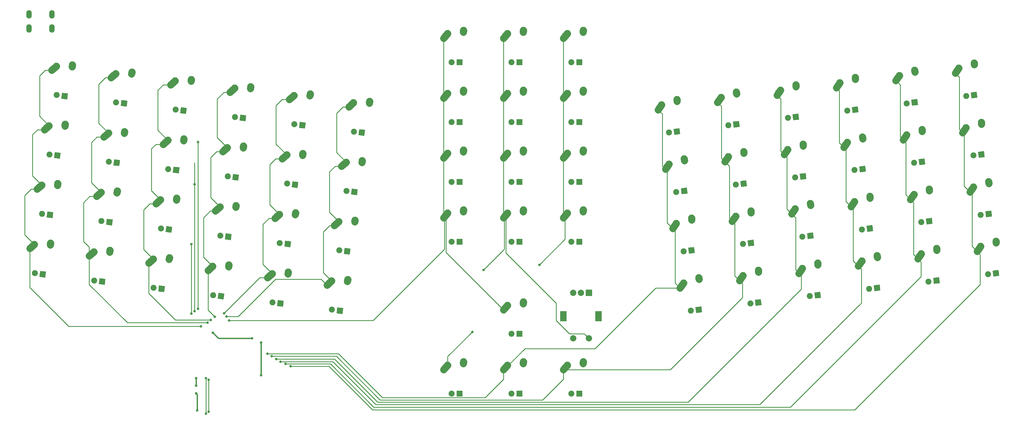
<source format=gtl>
G04 #@! TF.GenerationSoftware,KiCad,Pcbnew,(5.1.4)-1*
G04 #@! TF.CreationDate,2021-01-15T22:15:28-05:00*
G04 #@! TF.ProjectId,proto,70726f74-6f2e-46b6-9963-61645f706362,rev?*
G04 #@! TF.SameCoordinates,Original*
G04 #@! TF.FileFunction,Copper,L1,Top*
G04 #@! TF.FilePolarity,Positive*
%FSLAX46Y46*%
G04 Gerber Fmt 4.6, Leading zero omitted, Abs format (unit mm)*
G04 Created by KiCad (PCBNEW (5.1.4)-1) date 2021-01-15 22:15:28*
%MOMM*%
%LPD*%
G04 APERTURE LIST*
%ADD10R,2.000000X2.000000*%
%ADD11C,2.000000*%
%ADD12R,2.000000X3.200000*%
%ADD13O,1.700000X2.700000*%
%ADD14R,1.905000X1.905000*%
%ADD15C,1.905000*%
%ADD16C,2.250000*%
%ADD17C,2.250000*%
%ADD18C,0.100000*%
%ADD19C,0.800000*%
%ADD20C,0.381000*%
%ADD21C,0.254000*%
G04 APERTURE END LIST*
D10*
X180848000Y-120396000D03*
D11*
X178348000Y-120396000D03*
X175848000Y-120396000D03*
D12*
X183948000Y-127896000D03*
X172748000Y-127896000D03*
D11*
X180848000Y-134896000D03*
X175848000Y-134896000D03*
D13*
X2700000Y-31750000D03*
X10000000Y-31750000D03*
X10000000Y-36250000D03*
X2700000Y-36250000D03*
D14*
X177800800Y-152530940D03*
D15*
X175260800Y-152530940D03*
D16*
X174030800Y-143450940D03*
X173375801Y-144180940D03*
D17*
X172720800Y-144910940D02*
X174030802Y-143450940D01*
D16*
X179070800Y-142370940D03*
X179050800Y-142660940D03*
D17*
X179030800Y-142950940D02*
X179070800Y-142370940D01*
D14*
X158750800Y-152530940D03*
D15*
X156210800Y-152530940D03*
D16*
X154980800Y-143450940D03*
X154325801Y-144180940D03*
D17*
X153670800Y-144910940D02*
X154980802Y-143450940D01*
D16*
X160020800Y-142370940D03*
X160000800Y-142660940D03*
D17*
X159980800Y-142950940D02*
X160020800Y-142370940D01*
D14*
X139700800Y-152530940D03*
D15*
X137160800Y-152530940D03*
D16*
X135930800Y-143450940D03*
X135275801Y-144180940D03*
D17*
X134620800Y-144910940D02*
X135930802Y-143450940D01*
D16*
X140970800Y-142370940D03*
X140950800Y-142660940D03*
D17*
X140930800Y-142950940D02*
X140970800Y-142370940D01*
D14*
X158750800Y-133480940D03*
D15*
X156210800Y-133480940D03*
D16*
X154980800Y-124400940D03*
X154325801Y-125130940D03*
D17*
X153670800Y-125860940D02*
X154980802Y-124400940D01*
D16*
X160020800Y-123320940D03*
X160000800Y-123610940D03*
D17*
X159980800Y-123900940D02*
X160020800Y-123320940D01*
D15*
X310382918Y-114195862D03*
D18*
G36*
X309553598Y-115257343D02*
G01*
X309321437Y-113366542D01*
X311212238Y-113134381D01*
X311444399Y-115025182D01*
X309553598Y-115257343D01*
X309553598Y-115257343D01*
G37*
D15*
X307861851Y-114505411D03*
D16*
X305534445Y-105642991D03*
X304973293Y-106447374D03*
D17*
X304412139Y-107251757D02*
X305534447Y-105642991D01*
D16*
X310405259Y-103956819D03*
X310420750Y-104247095D03*
D17*
X310436241Y-104537371D02*
X310405259Y-103956819D01*
D15*
X291474914Y-116517473D03*
D18*
G36*
X290645594Y-117578954D02*
G01*
X290413433Y-115688153D01*
X292304234Y-115455992D01*
X292536395Y-117346793D01*
X290645594Y-117578954D01*
X290645594Y-117578954D01*
G37*
D15*
X288953847Y-116827022D03*
D16*
X286626441Y-107964602D03*
X286065289Y-108768985D03*
D17*
X285504135Y-109573368D02*
X286626443Y-107964602D01*
D16*
X291497255Y-106278430D03*
X291512746Y-106568706D03*
D17*
X291528237Y-106858982D02*
X291497255Y-106278430D01*
D15*
X272566910Y-118839084D03*
D18*
G36*
X271737590Y-119900565D02*
G01*
X271505429Y-118009764D01*
X273396230Y-117777603D01*
X273628391Y-119668404D01*
X271737590Y-119900565D01*
X271737590Y-119900565D01*
G37*
D15*
X270045843Y-119148633D03*
D16*
X267718437Y-110286213D03*
X267157285Y-111090596D03*
D17*
X266596131Y-111894979D02*
X267718439Y-110286213D01*
D16*
X272589251Y-108600041D03*
X272604742Y-108890317D03*
D17*
X272620233Y-109180593D02*
X272589251Y-108600041D01*
D15*
X253658906Y-121160695D03*
D18*
G36*
X252829586Y-122222176D02*
G01*
X252597425Y-120331375D01*
X254488226Y-120099214D01*
X254720387Y-121990015D01*
X252829586Y-122222176D01*
X252829586Y-122222176D01*
G37*
D15*
X251137839Y-121470244D03*
D16*
X248810433Y-112607824D03*
X248249281Y-113412207D03*
D17*
X247688127Y-114216590D02*
X248810435Y-112607824D01*
D16*
X253681247Y-110921652D03*
X253696738Y-111211928D03*
D17*
X253712229Y-111502204D02*
X253681247Y-110921652D01*
D15*
X234750901Y-123482306D03*
D18*
G36*
X233921581Y-124543787D02*
G01*
X233689420Y-122652986D01*
X235580221Y-122420825D01*
X235812382Y-124311626D01*
X233921581Y-124543787D01*
X233921581Y-124543787D01*
G37*
D15*
X232229834Y-123791855D03*
D16*
X229902428Y-114929435D03*
X229341276Y-115733818D03*
D17*
X228780122Y-116538201D02*
X229902430Y-114929435D01*
D16*
X234773242Y-113243263D03*
X234788733Y-113533539D03*
D17*
X234804224Y-113823815D02*
X234773242Y-113243263D01*
D15*
X215842897Y-125803917D03*
D18*
G36*
X215013577Y-126865398D02*
G01*
X214781416Y-124974597D01*
X216672217Y-124742436D01*
X216904378Y-126633237D01*
X215013577Y-126865398D01*
X215013577Y-126865398D01*
G37*
D15*
X213321830Y-126113466D03*
D16*
X210994424Y-117251046D03*
X210433272Y-118055429D03*
D17*
X209872118Y-118859812D02*
X210994426Y-117251046D01*
D16*
X215865238Y-115564874D03*
X215880729Y-115855150D03*
D17*
X215896220Y-116145426D02*
X215865238Y-115564874D01*
D14*
X177800000Y-104140000D03*
D15*
X175260000Y-104140000D03*
D16*
X174030000Y-95060000D03*
X173375001Y-95790000D03*
D17*
X172720000Y-96520000D02*
X174030002Y-95060000D01*
D16*
X179070000Y-93980000D03*
X179050000Y-94270000D03*
D17*
X179030000Y-94560000D02*
X179070000Y-93980000D01*
D14*
X158750000Y-104140000D03*
D15*
X156210000Y-104140000D03*
D16*
X154980000Y-95060000D03*
X154325001Y-95790000D03*
D17*
X153670000Y-96520000D02*
X154980002Y-95060000D01*
D16*
X160020000Y-93980000D03*
X160000000Y-94270000D03*
D17*
X159980000Y-94560000D02*
X160020000Y-93980000D01*
D14*
X139700000Y-104140000D03*
D15*
X137160000Y-104140000D03*
D16*
X135930000Y-95060000D03*
X135275001Y-95790000D03*
D17*
X134620000Y-96520000D02*
X135930002Y-95060000D01*
D16*
X140970000Y-93980000D03*
X140950000Y-94270000D03*
D17*
X140930000Y-94560000D02*
X140970000Y-93980000D01*
D15*
X101640539Y-126107680D03*
D18*
G36*
X100579058Y-126937000D02*
G01*
X100811219Y-125046199D01*
X102702020Y-125278360D01*
X102469859Y-127169161D01*
X100579058Y-126937000D01*
X100579058Y-126937000D01*
G37*
D15*
X99119472Y-125798131D03*
D16*
X99005214Y-116635913D03*
X98266132Y-117280648D03*
D17*
X97527049Y-117925382D02*
X99005215Y-116635914D01*
D16*
X104139265Y-116178185D03*
X104084072Y-116463586D03*
D17*
X104028879Y-116748987D02*
X104139265Y-116178185D01*
D15*
X82732534Y-123786069D03*
D18*
G36*
X81671053Y-124615389D02*
G01*
X81903214Y-122724588D01*
X83794015Y-122956749D01*
X83561854Y-124847550D01*
X81671053Y-124615389D01*
X81671053Y-124615389D01*
G37*
D15*
X80211467Y-123476520D03*
D16*
X80097209Y-114314302D03*
X79358127Y-114959037D03*
D17*
X78619044Y-115603771D02*
X80097210Y-114314303D01*
D16*
X85231260Y-113856574D03*
X85176067Y-114141975D03*
D17*
X85120874Y-114427376D02*
X85231260Y-113856574D01*
D15*
X63824530Y-121464458D03*
D18*
G36*
X62763049Y-122293778D02*
G01*
X62995210Y-120402977D01*
X64886011Y-120635138D01*
X64653850Y-122525939D01*
X62763049Y-122293778D01*
X62763049Y-122293778D01*
G37*
D15*
X61303463Y-121154909D03*
D16*
X61189205Y-111992691D03*
X60450123Y-112637426D03*
D17*
X59711040Y-113282160D02*
X61189206Y-111992692D01*
D16*
X66323256Y-111534963D03*
X66268063Y-111820364D03*
D17*
X66212870Y-112105765D02*
X66323256Y-111534963D01*
D15*
X44916526Y-119142847D03*
D18*
G36*
X43855045Y-119972167D02*
G01*
X44087206Y-118081366D01*
X45978007Y-118313527D01*
X45745846Y-120204328D01*
X43855045Y-119972167D01*
X43855045Y-119972167D01*
G37*
D15*
X42395459Y-118833298D03*
D16*
X42281201Y-109671080D03*
X41542119Y-110315815D03*
D17*
X40803036Y-110960549D02*
X42281202Y-109671081D01*
D16*
X47415252Y-109213352D03*
X47360059Y-109498753D03*
D17*
X47304866Y-109784154D02*
X47415252Y-109213352D01*
D15*
X26008522Y-116821236D03*
D18*
G36*
X24947041Y-117650556D02*
G01*
X25179202Y-115759755D01*
X27070003Y-115991916D01*
X26837842Y-117882717D01*
X24947041Y-117650556D01*
X24947041Y-117650556D01*
G37*
D15*
X23487455Y-116511687D03*
D16*
X23373197Y-107349469D03*
X22634115Y-107994204D03*
D17*
X21895032Y-108638938D02*
X23373198Y-107349470D01*
D16*
X28507248Y-106891741D03*
X28452055Y-107177142D03*
D17*
X28396862Y-107462543D02*
X28507248Y-106891741D01*
D15*
X7100518Y-114499625D03*
D18*
G36*
X6039037Y-115328945D02*
G01*
X6271198Y-113438144D01*
X8161999Y-113670305D01*
X7929838Y-115561106D01*
X6039037Y-115328945D01*
X6039037Y-115328945D01*
G37*
D15*
X4579451Y-114190076D03*
D16*
X4465193Y-105027858D03*
X3726111Y-105672593D03*
D17*
X2987028Y-106317327D02*
X4465194Y-105027859D01*
D16*
X9599244Y-104570130D03*
X9544051Y-104855531D03*
D17*
X9488858Y-105140932D02*
X9599244Y-104570130D01*
D15*
X308061307Y-95287858D03*
D18*
G36*
X307231987Y-96349339D02*
G01*
X306999826Y-94458538D01*
X308890627Y-94226377D01*
X309122788Y-96117178D01*
X307231987Y-96349339D01*
X307231987Y-96349339D01*
G37*
D15*
X305540240Y-95597407D03*
D16*
X303212834Y-86734987D03*
X302651682Y-87539370D03*
D17*
X302090528Y-88343753D02*
X303212836Y-86734987D01*
D16*
X308083648Y-85048815D03*
X308099139Y-85339091D03*
D17*
X308114630Y-85629367D02*
X308083648Y-85048815D01*
D15*
X289153303Y-97609469D03*
D18*
G36*
X288323983Y-98670950D02*
G01*
X288091822Y-96780149D01*
X289982623Y-96547988D01*
X290214784Y-98438789D01*
X288323983Y-98670950D01*
X288323983Y-98670950D01*
G37*
D15*
X286632236Y-97919018D03*
D16*
X284304830Y-89056598D03*
X283743678Y-89860981D03*
D17*
X283182524Y-90665364D02*
X284304832Y-89056598D01*
D16*
X289175644Y-87370426D03*
X289191135Y-87660702D03*
D17*
X289206626Y-87950978D02*
X289175644Y-87370426D01*
D15*
X270245299Y-99931080D03*
D18*
G36*
X269415979Y-100992561D02*
G01*
X269183818Y-99101760D01*
X271074619Y-98869599D01*
X271306780Y-100760400D01*
X269415979Y-100992561D01*
X269415979Y-100992561D01*
G37*
D15*
X267724232Y-100240629D03*
D16*
X265396826Y-91378209D03*
X264835674Y-92182592D03*
D17*
X264274520Y-92986975D02*
X265396828Y-91378209D01*
D16*
X270267640Y-89692037D03*
X270283131Y-89982313D03*
D17*
X270298622Y-90272589D02*
X270267640Y-89692037D01*
D15*
X251337295Y-102252691D03*
D18*
G36*
X250507975Y-103314172D02*
G01*
X250275814Y-101423371D01*
X252166615Y-101191210D01*
X252398776Y-103082011D01*
X250507975Y-103314172D01*
X250507975Y-103314172D01*
G37*
D15*
X248816228Y-102562240D03*
D16*
X246488822Y-93699820D03*
X245927670Y-94504203D03*
D17*
X245366516Y-95308586D02*
X246488824Y-93699820D01*
D16*
X251359636Y-92013648D03*
X251375127Y-92303924D03*
D17*
X251390618Y-92594200D02*
X251359636Y-92013648D01*
D15*
X232429290Y-104574302D03*
D18*
G36*
X231599970Y-105635783D02*
G01*
X231367809Y-103744982D01*
X233258610Y-103512821D01*
X233490771Y-105403622D01*
X231599970Y-105635783D01*
X231599970Y-105635783D01*
G37*
D15*
X229908223Y-104883851D03*
D16*
X227580817Y-96021431D03*
X227019665Y-96825814D03*
D17*
X226458511Y-97630197D02*
X227580819Y-96021431D01*
D16*
X232451631Y-94335259D03*
X232467122Y-94625535D03*
D17*
X232482613Y-94915811D02*
X232451631Y-94335259D01*
D15*
X213521286Y-106895913D03*
D18*
G36*
X212691966Y-107957394D02*
G01*
X212459805Y-106066593D01*
X214350606Y-105834432D01*
X214582767Y-107725233D01*
X212691966Y-107957394D01*
X212691966Y-107957394D01*
G37*
D15*
X211000219Y-107205462D03*
D16*
X208672813Y-98343042D03*
X208111661Y-99147425D03*
D17*
X207550507Y-99951808D02*
X208672815Y-98343042D01*
D16*
X213543627Y-96656870D03*
X213559118Y-96947146D03*
D17*
X213574609Y-97237422D02*
X213543627Y-96656870D01*
D14*
X177800000Y-85090000D03*
D15*
X175260000Y-85090000D03*
D16*
X174030000Y-76010000D03*
X173375001Y-76740000D03*
D17*
X172720000Y-77470000D02*
X174030002Y-76010000D01*
D16*
X179070000Y-74930000D03*
X179050000Y-75220000D03*
D17*
X179030000Y-75510000D02*
X179070000Y-74930000D01*
D14*
X158750000Y-85090000D03*
D15*
X156210000Y-85090000D03*
D16*
X154980000Y-76010000D03*
X154325001Y-76740000D03*
D17*
X153670000Y-77470000D02*
X154980002Y-76010000D01*
D16*
X160020000Y-74930000D03*
X160000000Y-75220000D03*
D17*
X159980000Y-75510000D02*
X160020000Y-74930000D01*
D14*
X139700000Y-85090000D03*
D15*
X137160000Y-85090000D03*
D16*
X135930000Y-76010000D03*
X135275001Y-76740000D03*
D17*
X134620000Y-77470000D02*
X135930002Y-76010000D01*
D16*
X140970000Y-74930000D03*
X140950000Y-75220000D03*
D17*
X140930000Y-75510000D02*
X140970000Y-74930000D01*
D15*
X103962150Y-107199676D03*
D18*
G36*
X102900669Y-108028996D02*
G01*
X103132830Y-106138195D01*
X105023631Y-106370356D01*
X104791470Y-108261157D01*
X102900669Y-108028996D01*
X102900669Y-108028996D01*
G37*
D15*
X101441083Y-106890127D03*
D16*
X101326825Y-97727909D03*
X100587743Y-98372644D03*
D17*
X99848660Y-99017378D02*
X101326826Y-97727910D01*
D16*
X106460876Y-97270181D03*
X106405683Y-97555582D03*
D17*
X106350490Y-97840983D02*
X106460876Y-97270181D01*
D15*
X85054145Y-104878065D03*
D18*
G36*
X83992664Y-105707385D02*
G01*
X84224825Y-103816584D01*
X86115626Y-104048745D01*
X85883465Y-105939546D01*
X83992664Y-105707385D01*
X83992664Y-105707385D01*
G37*
D15*
X82533078Y-104568516D03*
D16*
X82418820Y-95406298D03*
X81679738Y-96051033D03*
D17*
X80940655Y-96695767D02*
X82418821Y-95406299D01*
D16*
X87552871Y-94948570D03*
X87497678Y-95233971D03*
D17*
X87442485Y-95519372D02*
X87552871Y-94948570D01*
D15*
X66146141Y-102556454D03*
D18*
G36*
X65084660Y-103385774D02*
G01*
X65316821Y-101494973D01*
X67207622Y-101727134D01*
X66975461Y-103617935D01*
X65084660Y-103385774D01*
X65084660Y-103385774D01*
G37*
D15*
X63625074Y-102246905D03*
D16*
X63510816Y-93084687D03*
X62771734Y-93729422D03*
D17*
X62032651Y-94374156D02*
X63510817Y-93084688D01*
D16*
X68644867Y-92626959D03*
X68589674Y-92912360D03*
D17*
X68534481Y-93197761D02*
X68644867Y-92626959D01*
D15*
X47238137Y-100234843D03*
D18*
G36*
X46176656Y-101064163D02*
G01*
X46408817Y-99173362D01*
X48299618Y-99405523D01*
X48067457Y-101296324D01*
X46176656Y-101064163D01*
X46176656Y-101064163D01*
G37*
D15*
X44717070Y-99925294D03*
D16*
X44602812Y-90763076D03*
X43863730Y-91407811D03*
D17*
X43124647Y-92052545D02*
X44602813Y-90763077D01*
D16*
X49736863Y-90305348D03*
X49681670Y-90590749D03*
D17*
X49626477Y-90876150D02*
X49736863Y-90305348D01*
D15*
X28330133Y-97913232D03*
D18*
G36*
X27268652Y-98742552D02*
G01*
X27500813Y-96851751D01*
X29391614Y-97083912D01*
X29159453Y-98974713D01*
X27268652Y-98742552D01*
X27268652Y-98742552D01*
G37*
D15*
X25809066Y-97603683D03*
D16*
X25694808Y-88441465D03*
X24955726Y-89086200D03*
D17*
X24216643Y-89730934D02*
X25694809Y-88441466D01*
D16*
X30828859Y-87983737D03*
X30773666Y-88269138D03*
D17*
X30718473Y-88554539D02*
X30828859Y-87983737D01*
D15*
X9422129Y-95591621D03*
D18*
G36*
X8360648Y-96420941D02*
G01*
X8592809Y-94530140D01*
X10483610Y-94762301D01*
X10251449Y-96653102D01*
X8360648Y-96420941D01*
X8360648Y-96420941D01*
G37*
D15*
X6901062Y-95282072D03*
D16*
X6786804Y-86119854D03*
X6047722Y-86764589D03*
D17*
X5308639Y-87409323D02*
X6786805Y-86119855D01*
D16*
X11920855Y-85662126D03*
X11865662Y-85947527D03*
D17*
X11810469Y-86232928D02*
X11920855Y-85662126D01*
D15*
X305739696Y-76379854D03*
D18*
G36*
X304910376Y-77441335D02*
G01*
X304678215Y-75550534D01*
X306569016Y-75318373D01*
X306801177Y-77209174D01*
X304910376Y-77441335D01*
X304910376Y-77441335D01*
G37*
D15*
X303218629Y-76689403D03*
D16*
X300891223Y-67826983D03*
X300330071Y-68631366D03*
D17*
X299768917Y-69435749D02*
X300891225Y-67826983D01*
D16*
X305762037Y-66140811D03*
X305777528Y-66431087D03*
D17*
X305793019Y-66721363D02*
X305762037Y-66140811D01*
D15*
X286831692Y-78701465D03*
D18*
G36*
X286002372Y-79762946D02*
G01*
X285770211Y-77872145D01*
X287661012Y-77639984D01*
X287893173Y-79530785D01*
X286002372Y-79762946D01*
X286002372Y-79762946D01*
G37*
D15*
X284310625Y-79011014D03*
D16*
X281983219Y-70148594D03*
X281422067Y-70952977D03*
D17*
X280860913Y-71757360D02*
X281983221Y-70148594D01*
D16*
X286854033Y-68462422D03*
X286869524Y-68752698D03*
D17*
X286885015Y-69042974D02*
X286854033Y-68462422D01*
D15*
X267923688Y-81023076D03*
D18*
G36*
X267094368Y-82084557D02*
G01*
X266862207Y-80193756D01*
X268753008Y-79961595D01*
X268985169Y-81852396D01*
X267094368Y-82084557D01*
X267094368Y-82084557D01*
G37*
D15*
X265402621Y-81332625D03*
D16*
X263075215Y-72470205D03*
X262514063Y-73274588D03*
D17*
X261952909Y-74078971D02*
X263075217Y-72470205D01*
D16*
X267946029Y-70784033D03*
X267961520Y-71074309D03*
D17*
X267977011Y-71364585D02*
X267946029Y-70784033D01*
D15*
X249015684Y-83344687D03*
D18*
G36*
X248186364Y-84406168D02*
G01*
X247954203Y-82515367D01*
X249845004Y-82283206D01*
X250077165Y-84174007D01*
X248186364Y-84406168D01*
X248186364Y-84406168D01*
G37*
D15*
X246494617Y-83654236D03*
D16*
X244167211Y-74791816D03*
X243606059Y-75596199D03*
D17*
X243044905Y-76400582D02*
X244167213Y-74791816D01*
D16*
X249038025Y-73105644D03*
X249053516Y-73395920D03*
D17*
X249069007Y-73686196D02*
X249038025Y-73105644D01*
D15*
X230107679Y-85666298D03*
D18*
G36*
X229278359Y-86727779D02*
G01*
X229046198Y-84836978D01*
X230936999Y-84604817D01*
X231169160Y-86495618D01*
X229278359Y-86727779D01*
X229278359Y-86727779D01*
G37*
D15*
X227586612Y-85975847D03*
D16*
X225259206Y-77113427D03*
X224698054Y-77917810D03*
D17*
X224136900Y-78722193D02*
X225259208Y-77113427D01*
D16*
X230130020Y-75427255D03*
X230145511Y-75717531D03*
D17*
X230161002Y-76007807D02*
X230130020Y-75427255D01*
D15*
X211199675Y-87987909D03*
D18*
G36*
X210370355Y-89049390D02*
G01*
X210138194Y-87158589D01*
X212028995Y-86926428D01*
X212261156Y-88817229D01*
X210370355Y-89049390D01*
X210370355Y-89049390D01*
G37*
D15*
X208678608Y-88297458D03*
D16*
X206351202Y-79435038D03*
X205790050Y-80239421D03*
D17*
X205228896Y-81043804D02*
X206351204Y-79435038D01*
D16*
X211222016Y-77748866D03*
X211237507Y-78039142D03*
D17*
X211252998Y-78329418D02*
X211222016Y-77748866D01*
D14*
X177800000Y-66040000D03*
D15*
X175260000Y-66040000D03*
D16*
X174030000Y-56960000D03*
X173375001Y-57690000D03*
D17*
X172720000Y-58420000D02*
X174030002Y-56960000D01*
D16*
X179070000Y-55880000D03*
X179050000Y-56170000D03*
D17*
X179030000Y-56460000D02*
X179070000Y-55880000D01*
D14*
X158750000Y-66040000D03*
D15*
X156210000Y-66040000D03*
D16*
X154980000Y-56960000D03*
X154325001Y-57690000D03*
D17*
X153670000Y-58420000D02*
X154980002Y-56960000D01*
D16*
X160020000Y-55880000D03*
X160000000Y-56170000D03*
D17*
X159980000Y-56460000D02*
X160020000Y-55880000D01*
D14*
X139700000Y-66040000D03*
D15*
X137160000Y-66040000D03*
D16*
X135930000Y-56960000D03*
X135275001Y-57690000D03*
D17*
X134620000Y-58420000D02*
X135930002Y-56960000D01*
D16*
X140970000Y-55880000D03*
X140950000Y-56170000D03*
D17*
X140930000Y-56460000D02*
X140970000Y-55880000D01*
D15*
X106283761Y-88291672D03*
D18*
G36*
X105222280Y-89120992D02*
G01*
X105454441Y-87230191D01*
X107345242Y-87462352D01*
X107113081Y-89353153D01*
X105222280Y-89120992D01*
X105222280Y-89120992D01*
G37*
D15*
X103762694Y-87982123D03*
D16*
X103648436Y-78819905D03*
X102909354Y-79464640D03*
D17*
X102170271Y-80109374D02*
X103648437Y-78819906D01*
D16*
X108782487Y-78362177D03*
X108727294Y-78647578D03*
D17*
X108672101Y-78932979D02*
X108782487Y-78362177D01*
D15*
X87375756Y-85970061D03*
D18*
G36*
X86314275Y-86799381D02*
G01*
X86546436Y-84908580D01*
X88437237Y-85140741D01*
X88205076Y-87031542D01*
X86314275Y-86799381D01*
X86314275Y-86799381D01*
G37*
D15*
X84854689Y-85660512D03*
D16*
X84740431Y-76498294D03*
X84001349Y-77143029D03*
D17*
X83262266Y-77787763D02*
X84740432Y-76498295D01*
D16*
X89874482Y-76040566D03*
X89819289Y-76325967D03*
D17*
X89764096Y-76611368D02*
X89874482Y-76040566D01*
D15*
X68467752Y-83648450D03*
D18*
G36*
X67406271Y-84477770D02*
G01*
X67638432Y-82586969D01*
X69529233Y-82819130D01*
X69297072Y-84709931D01*
X67406271Y-84477770D01*
X67406271Y-84477770D01*
G37*
D15*
X65946685Y-83338901D03*
D16*
X65832427Y-74176683D03*
X65093345Y-74821418D03*
D17*
X64354262Y-75466152D02*
X65832428Y-74176684D01*
D16*
X70966478Y-73718955D03*
X70911285Y-74004356D03*
D17*
X70856092Y-74289757D02*
X70966478Y-73718955D01*
D15*
X49559748Y-81326839D03*
D18*
G36*
X48498267Y-82156159D02*
G01*
X48730428Y-80265358D01*
X50621229Y-80497519D01*
X50389068Y-82388320D01*
X48498267Y-82156159D01*
X48498267Y-82156159D01*
G37*
D15*
X47038681Y-81017290D03*
D16*
X46924423Y-71855072D03*
X46185341Y-72499807D03*
D17*
X45446258Y-73144541D02*
X46924424Y-71855073D01*
D16*
X52058474Y-71397344D03*
X52003281Y-71682745D03*
D17*
X51948088Y-71968146D02*
X52058474Y-71397344D01*
D15*
X30651744Y-79005228D03*
D18*
G36*
X29590263Y-79834548D02*
G01*
X29822424Y-77943747D01*
X31713225Y-78175908D01*
X31481064Y-80066709D01*
X29590263Y-79834548D01*
X29590263Y-79834548D01*
G37*
D15*
X28130677Y-78695679D03*
D16*
X28016419Y-69533461D03*
X27277337Y-70178196D03*
D17*
X26538254Y-70822930D02*
X28016420Y-69533462D01*
D16*
X33150470Y-69075733D03*
X33095277Y-69361134D03*
D17*
X33040084Y-69646535D02*
X33150470Y-69075733D01*
D15*
X11743740Y-76683617D03*
D18*
G36*
X10682259Y-77512937D02*
G01*
X10914420Y-75622136D01*
X12805221Y-75854297D01*
X12573060Y-77745098D01*
X10682259Y-77512937D01*
X10682259Y-77512937D01*
G37*
D15*
X9222673Y-76374068D03*
D16*
X9108415Y-67211850D03*
X8369333Y-67856585D03*
D17*
X7630250Y-68501319D02*
X9108416Y-67211851D01*
D16*
X14242466Y-66754122D03*
X14187273Y-67039523D03*
D17*
X14132080Y-67324924D02*
X14242466Y-66754122D01*
D15*
X303418085Y-57471850D03*
D18*
G36*
X302588765Y-58533331D02*
G01*
X302356604Y-56642530D01*
X304247405Y-56410369D01*
X304479566Y-58301170D01*
X302588765Y-58533331D01*
X302588765Y-58533331D01*
G37*
D15*
X300897018Y-57781399D03*
D16*
X298569612Y-48918979D03*
X298008460Y-49723362D03*
D17*
X297447306Y-50527745D02*
X298569614Y-48918979D01*
D16*
X303440426Y-47232807D03*
X303455917Y-47523083D03*
D17*
X303471408Y-47813359D02*
X303440426Y-47232807D01*
D15*
X284510081Y-59793461D03*
D18*
G36*
X283680761Y-60854942D02*
G01*
X283448600Y-58964141D01*
X285339401Y-58731980D01*
X285571562Y-60622781D01*
X283680761Y-60854942D01*
X283680761Y-60854942D01*
G37*
D15*
X281989014Y-60103010D03*
D16*
X279661608Y-51240590D03*
X279100456Y-52044973D03*
D17*
X278539302Y-52849356D02*
X279661610Y-51240590D01*
D16*
X284532422Y-49554418D03*
X284547913Y-49844694D03*
D17*
X284563404Y-50134970D02*
X284532422Y-49554418D01*
D15*
X265602077Y-62115072D03*
D18*
G36*
X264772757Y-63176553D02*
G01*
X264540596Y-61285752D01*
X266431397Y-61053591D01*
X266663558Y-62944392D01*
X264772757Y-63176553D01*
X264772757Y-63176553D01*
G37*
D15*
X263081010Y-62424621D03*
D16*
X260753604Y-53562201D03*
X260192452Y-54366584D03*
D17*
X259631298Y-55170967D02*
X260753606Y-53562201D01*
D16*
X265624418Y-51876029D03*
X265639909Y-52166305D03*
D17*
X265655400Y-52456581D02*
X265624418Y-51876029D01*
D15*
X246694073Y-64436683D03*
D18*
G36*
X245864753Y-65498164D02*
G01*
X245632592Y-63607363D01*
X247523393Y-63375202D01*
X247755554Y-65266003D01*
X245864753Y-65498164D01*
X245864753Y-65498164D01*
G37*
D15*
X244173006Y-64746232D03*
D16*
X241845600Y-55883812D03*
X241284448Y-56688195D03*
D17*
X240723294Y-57492578D02*
X241845602Y-55883812D01*
D16*
X246716414Y-54197640D03*
X246731905Y-54487916D03*
D17*
X246747396Y-54778192D02*
X246716414Y-54197640D01*
D15*
X227786068Y-66758294D03*
D18*
G36*
X226956748Y-67819775D02*
G01*
X226724587Y-65928974D01*
X228615388Y-65696813D01*
X228847549Y-67587614D01*
X226956748Y-67819775D01*
X226956748Y-67819775D01*
G37*
D15*
X225265001Y-67067843D03*
D16*
X222937595Y-58205423D03*
X222376443Y-59009806D03*
D17*
X221815289Y-59814189D02*
X222937597Y-58205423D01*
D16*
X227808409Y-56519251D03*
X227823900Y-56809527D03*
D17*
X227839391Y-57099803D02*
X227808409Y-56519251D01*
D15*
X208878064Y-69079905D03*
D18*
G36*
X208048744Y-70141386D02*
G01*
X207816583Y-68250585D01*
X209707384Y-68018424D01*
X209939545Y-69909225D01*
X208048744Y-70141386D01*
X208048744Y-70141386D01*
G37*
D15*
X206356997Y-69389454D03*
D16*
X204029591Y-60527034D03*
X203468439Y-61331417D03*
D17*
X202907285Y-62135800D02*
X204029593Y-60527034D01*
D16*
X208900405Y-58840862D03*
X208915896Y-59131138D03*
D17*
X208931387Y-59421414D02*
X208900405Y-58840862D01*
D14*
X177800000Y-46990000D03*
D15*
X175260000Y-46990000D03*
D16*
X174030000Y-37910000D03*
X173375001Y-38640000D03*
D17*
X172720000Y-39370000D02*
X174030002Y-37910000D01*
D16*
X179070000Y-36830000D03*
X179050000Y-37120000D03*
D17*
X179030000Y-37410000D02*
X179070000Y-36830000D01*
D14*
X158750000Y-46990000D03*
D15*
X156210000Y-46990000D03*
D16*
X154980000Y-37910000D03*
X154325001Y-38640000D03*
D17*
X153670000Y-39370000D02*
X154980002Y-37910000D01*
D16*
X160020000Y-36830000D03*
X160000000Y-37120000D03*
D17*
X159980000Y-37410000D02*
X160020000Y-36830000D01*
D14*
X139700000Y-46990000D03*
D15*
X137160000Y-46990000D03*
D16*
X135930000Y-37910000D03*
X135275001Y-38640000D03*
D17*
X134620000Y-39370000D02*
X135930002Y-37910000D01*
D16*
X140970000Y-36830000D03*
X140950000Y-37120000D03*
D17*
X140930000Y-37410000D02*
X140970000Y-36830000D01*
D15*
X108605372Y-69383668D03*
D18*
G36*
X107543891Y-70212988D02*
G01*
X107776052Y-68322187D01*
X109666853Y-68554348D01*
X109434692Y-70445149D01*
X107543891Y-70212988D01*
X107543891Y-70212988D01*
G37*
D15*
X106084305Y-69074119D03*
D16*
X105970047Y-59911901D03*
X105230965Y-60556636D03*
D17*
X104491882Y-61201370D02*
X105970048Y-59911902D01*
D16*
X111104098Y-59454173D03*
X111048905Y-59739574D03*
D17*
X110993712Y-60024975D02*
X111104098Y-59454173D01*
D15*
X89697367Y-67062057D03*
D18*
G36*
X88635886Y-67891377D02*
G01*
X88868047Y-66000576D01*
X90758848Y-66232737D01*
X90526687Y-68123538D01*
X88635886Y-67891377D01*
X88635886Y-67891377D01*
G37*
D15*
X87176300Y-66752508D03*
D16*
X87062042Y-57590290D03*
X86322960Y-58235025D03*
D17*
X85583877Y-58879759D02*
X87062043Y-57590291D01*
D16*
X92196093Y-57132562D03*
X92140900Y-57417963D03*
D17*
X92085707Y-57703364D02*
X92196093Y-57132562D01*
D15*
X70789363Y-64740446D03*
D18*
G36*
X69727882Y-65569766D02*
G01*
X69960043Y-63678965D01*
X71850844Y-63911126D01*
X71618683Y-65801927D01*
X69727882Y-65569766D01*
X69727882Y-65569766D01*
G37*
D15*
X68268296Y-64430897D03*
D16*
X68154038Y-55268679D03*
X67414956Y-55913414D03*
D17*
X66675873Y-56558148D02*
X68154039Y-55268680D01*
D16*
X73288089Y-54810951D03*
X73232896Y-55096352D03*
D17*
X73177703Y-55381753D02*
X73288089Y-54810951D01*
D15*
X51881359Y-62418835D03*
D18*
G36*
X50819878Y-63248155D02*
G01*
X51052039Y-61357354D01*
X52942840Y-61589515D01*
X52710679Y-63480316D01*
X50819878Y-63248155D01*
X50819878Y-63248155D01*
G37*
D15*
X49360292Y-62109286D03*
D16*
X49246034Y-52947068D03*
X48506952Y-53591803D03*
D17*
X47767869Y-54236537D02*
X49246035Y-52947069D01*
D16*
X54380085Y-52489340D03*
X54324892Y-52774741D03*
D17*
X54269699Y-53060142D02*
X54380085Y-52489340D01*
D15*
X32973355Y-60097224D03*
D18*
G36*
X31911874Y-60926544D02*
G01*
X32144035Y-59035743D01*
X34034836Y-59267904D01*
X33802675Y-61158705D01*
X31911874Y-60926544D01*
X31911874Y-60926544D01*
G37*
D15*
X30452288Y-59787675D03*
D16*
X30338030Y-50625457D03*
X29598948Y-51270192D03*
D17*
X28859865Y-51914926D02*
X30338031Y-50625458D01*
D16*
X35472081Y-50167729D03*
X35416888Y-50453130D03*
D17*
X35361695Y-50738531D02*
X35472081Y-50167729D01*
D15*
X14065351Y-57775613D03*
D18*
G36*
X13003870Y-58604933D02*
G01*
X13236031Y-56714132D01*
X15126832Y-56946293D01*
X14894671Y-58837094D01*
X13003870Y-58604933D01*
X13003870Y-58604933D01*
G37*
D15*
X11544284Y-57466064D03*
D16*
X11430026Y-48303846D03*
X10690944Y-48948581D03*
D17*
X9951861Y-49593315D02*
X11430027Y-48303847D01*
D16*
X16564077Y-47846118D03*
X16508884Y-48131519D03*
D17*
X16453691Y-48416920D02*
X16564077Y-47846118D01*
D19*
X55880000Y-152400000D03*
X56284067Y-157884067D03*
X55880000Y-149987000D03*
X55880000Y-147574000D03*
X76581000Y-146685000D03*
X76581000Y-136271000D03*
X61277500Y-133096000D03*
X73660000Y-134874000D03*
X56515000Y-72390000D03*
X56515000Y-72390000D03*
X56515000Y-125476000D03*
X55372000Y-85852000D03*
X55372000Y-126238000D03*
X54356000Y-104902000D03*
X54356000Y-127000000D03*
X57404000Y-131064000D03*
X59563000Y-129921000D03*
X60604400Y-129032000D03*
X61874400Y-128066800D03*
X64770000Y-126949200D03*
X65582800Y-127965200D03*
X66395600Y-129235200D03*
X147320000Y-113131600D03*
X165100000Y-111506000D03*
X143764000Y-132842000D03*
X78638400Y-139852400D03*
X79959200Y-140614400D03*
X81381600Y-141528800D03*
X82753200Y-142341600D03*
X84328000Y-143068600D03*
X85953600Y-143814800D03*
X59055000Y-147574000D03*
X59055000Y-158879360D03*
X59885862Y-158277000D03*
X59887051Y-148128701D03*
D20*
X55880000Y-152400000D02*
X56284067Y-152804067D01*
X56284067Y-152804067D02*
X56284067Y-157884067D01*
X55880000Y-149987000D02*
X55880000Y-147574000D01*
X76581000Y-146685000D02*
X76581000Y-137414000D01*
X76581000Y-137414000D02*
X76581000Y-136271000D01*
X61277500Y-133096000D02*
X63055500Y-134874000D01*
X63055500Y-134874000D02*
X73406000Y-134874000D01*
X73406000Y-134874000D02*
X73660000Y-134874000D01*
D21*
X56515000Y-72390000D02*
X56515000Y-124587000D01*
X56515000Y-124587000D02*
X56515000Y-125476000D01*
X55372000Y-78994000D02*
X55372000Y-126238000D01*
X54356000Y-105467685D02*
X54356000Y-127000000D01*
X54356000Y-104902000D02*
X54356000Y-105467685D01*
X9951861Y-49593315D02*
X8969111Y-49593315D01*
X7630250Y-68501319D02*
X6647500Y-68501319D01*
X5308639Y-87409323D02*
X4325889Y-87409323D01*
X2987028Y-106317327D02*
X3262491Y-106592790D01*
X2987028Y-106317327D02*
X3299950Y-106630249D01*
X2987028Y-106317327D02*
X2987028Y-118709428D01*
X2987028Y-118709428D02*
X15341600Y-131064000D01*
X15341600Y-131064000D02*
X57404000Y-131064000D01*
X5308639Y-87409323D02*
X3395677Y-87409323D01*
X3395677Y-87409323D02*
X1397000Y-89408000D01*
X1397000Y-101959665D02*
X4465193Y-105027858D01*
X1397000Y-89408000D02*
X1397000Y-101959665D01*
X9951861Y-49593315D02*
X7874185Y-49593315D01*
X7874185Y-49593315D02*
X6096000Y-51371500D01*
X6096000Y-64199435D02*
X9108415Y-67211850D01*
X6096000Y-51371500D02*
X6096000Y-64199435D01*
X7630250Y-68501319D02*
X5412681Y-68501319D01*
X5412681Y-68501319D02*
X3873500Y-70040500D01*
X3873500Y-83206550D02*
X6786804Y-86119854D01*
X3873500Y-70040500D02*
X3873500Y-83206550D01*
X24216643Y-89730934D02*
X23233893Y-89730934D01*
X26538254Y-70822930D02*
X25555504Y-70822930D01*
X28859865Y-51914926D02*
X27877115Y-51914926D01*
X24216643Y-89730934D02*
X22029066Y-89730934D01*
X22029066Y-89730934D02*
X20066000Y-91694000D01*
X21895032Y-105871304D02*
X21895032Y-108638938D01*
X20066000Y-104042272D02*
X21895032Y-105871304D01*
X20066000Y-91694000D02*
X20066000Y-104042272D01*
X28859865Y-51914926D02*
X27079074Y-51914926D01*
X27079074Y-51914926D02*
X24955500Y-54038500D01*
X24955500Y-66472542D02*
X28016419Y-69533461D01*
X24955500Y-54038500D02*
X24955500Y-66472542D01*
X26538254Y-70822930D02*
X24363570Y-70822930D01*
X24363570Y-70822930D02*
X22606000Y-72580500D01*
X22606000Y-85352657D02*
X25694808Y-88441465D01*
X22606000Y-72580500D02*
X22606000Y-85352657D01*
X59537600Y-129946400D02*
X59563000Y-129921000D01*
X34061400Y-129946400D02*
X59537600Y-129946400D01*
X21895032Y-108638938D02*
X21895032Y-117780032D01*
X21895032Y-117780032D02*
X34061400Y-129946400D01*
X47767869Y-54236537D02*
X46785119Y-54236537D01*
X45446258Y-73144541D02*
X44463508Y-73144541D01*
X43124647Y-92052545D02*
X42141897Y-92052545D01*
X43124647Y-92052545D02*
X41170455Y-92052545D01*
X41170455Y-92052545D02*
X39243000Y-93980000D01*
X39243000Y-106632879D02*
X42281201Y-109671080D01*
X39243000Y-93980000D02*
X39243000Y-106632879D01*
X47767869Y-54236537D02*
X45458463Y-54236537D01*
X45458463Y-54236537D02*
X43751500Y-55943500D01*
X43751500Y-68682149D02*
X46924423Y-71855072D01*
X43751500Y-55943500D02*
X43751500Y-68682149D01*
X45446258Y-73144541D02*
X43123959Y-73144541D01*
X43123959Y-73144541D02*
X41719500Y-74549000D01*
X41719500Y-87879764D02*
X44602812Y-90763076D01*
X41719500Y-74549000D02*
X41719500Y-87879764D01*
X50700499Y-129032000D02*
X60604400Y-129032000D01*
X49276000Y-129032000D02*
X50700499Y-129032000D01*
X40803036Y-110960549D02*
X40803036Y-120559036D01*
X40803036Y-120559036D02*
X49276000Y-129032000D01*
X66675873Y-56558148D02*
X65693123Y-56558148D01*
X64354262Y-75466152D02*
X63371512Y-75466152D01*
X62032651Y-94374156D02*
X61049901Y-94374156D01*
X59711040Y-113282160D02*
X59711040Y-125903440D01*
X59711040Y-125903440D02*
X61874400Y-128066800D01*
X62032651Y-94374156D02*
X60438844Y-94374156D01*
X60438844Y-94374156D02*
X58293000Y-96520000D01*
X58293000Y-109096486D02*
X61189205Y-111992691D01*
X58293000Y-96520000D02*
X58293000Y-109096486D01*
X66675873Y-56558148D02*
X64790352Y-56558148D01*
X64790352Y-56558148D02*
X62611000Y-58737500D01*
X62611000Y-70955256D02*
X65832427Y-74176683D01*
X62611000Y-58737500D02*
X62611000Y-70955256D01*
X64354262Y-75466152D02*
X62455848Y-75466152D01*
X62455848Y-75466152D02*
X60579000Y-77343000D01*
X60579000Y-90152871D02*
X63510816Y-93084687D01*
X60579000Y-77343000D02*
X60579000Y-90152871D01*
X85583877Y-58879759D02*
X84601127Y-58879759D01*
X83262266Y-77787763D02*
X82279516Y-77787763D01*
X80940655Y-96695767D02*
X79957905Y-96695767D01*
X78619044Y-115603771D02*
X76115429Y-115603771D01*
X76115429Y-115603771D02*
X64770000Y-126949200D01*
X80940655Y-96695767D02*
X79072233Y-96695767D01*
X79072233Y-96695767D02*
X77152500Y-98615500D01*
X77152500Y-111369593D02*
X80097209Y-114314302D01*
X77152500Y-98615500D02*
X77152500Y-111369593D01*
X85583877Y-58879759D02*
X83296741Y-58879759D01*
X83296741Y-58879759D02*
X81343500Y-60833000D01*
X81343500Y-73101363D02*
X84740431Y-76498294D01*
X81343500Y-60833000D02*
X81343500Y-73101363D01*
X83262266Y-77787763D02*
X81216237Y-77787763D01*
X81216237Y-77787763D02*
X79375000Y-79629000D01*
X79375000Y-92362478D02*
X82418820Y-95406298D01*
X79375000Y-79629000D02*
X79375000Y-92362478D01*
X104491882Y-61201370D02*
X103509132Y-61201370D01*
X102170271Y-80109374D02*
X101187521Y-80109374D01*
X99848660Y-99017378D02*
X98865910Y-99017378D01*
X69280123Y-127965200D02*
X65582800Y-127965200D01*
X80977064Y-116268259D02*
X69280123Y-127965200D01*
X97527049Y-117925382D02*
X95869926Y-116268259D01*
X96393000Y-114023699D02*
X99005214Y-116635913D01*
X96393000Y-101028500D02*
X96393000Y-114023699D01*
X99848660Y-99017378D02*
X98404122Y-99017378D01*
X98404122Y-99017378D02*
X96393000Y-101028500D01*
X104491882Y-61201370D02*
X102628630Y-61201370D01*
X102628630Y-61201370D02*
X100584000Y-63246000D01*
X100584000Y-75755469D02*
X103648436Y-78819905D01*
X100584000Y-63246000D02*
X100584000Y-75755469D01*
X102170271Y-80109374D02*
X100167126Y-80109374D01*
X100167126Y-80109374D02*
X98361500Y-81915000D01*
X98361500Y-94762584D02*
X101326825Y-97727909D01*
X98361500Y-81915000D02*
X98361500Y-94762584D01*
X80977064Y-116268259D02*
X80977064Y-116253936D01*
X80977064Y-116253936D02*
X81153000Y-116078000D01*
X95679667Y-116078000D02*
X95869926Y-116268259D01*
X81153000Y-116078000D02*
X95679667Y-116078000D01*
X134620000Y-55650000D02*
X134620000Y-58420000D01*
X134620000Y-39370000D02*
X134620000Y-55650000D01*
X134620000Y-58420000D02*
X134620000Y-77470000D01*
X112194940Y-129235200D02*
X66395600Y-129235200D01*
X134620000Y-106810140D02*
X112194940Y-129235200D01*
X153670800Y-125860940D02*
X153670800Y-125857800D01*
X153670800Y-125857800D02*
X135382000Y-107569000D01*
X135382000Y-97282000D02*
X134620000Y-96520000D01*
X135382000Y-107569000D02*
X135382000Y-97282000D01*
X134620000Y-106810140D02*
X134620000Y-106807000D01*
X134620000Y-106807000D02*
X134937500Y-106489500D01*
X134937500Y-96837500D02*
X134620000Y-96520000D01*
X134937500Y-106489500D02*
X134937500Y-96837500D01*
X134620000Y-93750000D02*
X134620000Y-96520000D01*
X134620000Y-77470000D02*
X134620000Y-93750000D01*
X153670000Y-46343662D02*
X153670000Y-58420000D01*
X153670000Y-39370000D02*
X153670000Y-46343662D01*
X153670000Y-58420000D02*
X153670000Y-77470000D01*
X153670000Y-77470000D02*
X153670000Y-96520000D01*
X179848001Y-133896001D02*
X180848000Y-134896000D01*
X179848001Y-133896001D02*
X179848001Y-133874001D01*
X154432000Y-97282000D02*
X153670000Y-96520000D01*
X154432000Y-107696000D02*
X154432000Y-97282000D01*
X153602001Y-106849599D02*
X147320000Y-113131600D01*
X153670000Y-96520000D02*
X153602001Y-96587999D01*
X170497500Y-123761500D02*
X154432000Y-107696000D01*
X179372898Y-133420898D02*
X179848001Y-133896001D01*
X174695898Y-133420898D02*
X179372898Y-133420898D01*
X170497500Y-123761500D02*
X170497500Y-129222500D01*
X170497500Y-129222500D02*
X174695898Y-133420898D01*
X153602001Y-106849599D02*
X153627401Y-106849599D01*
X153627401Y-106849599D02*
X153987500Y-106489500D01*
X153987500Y-96837500D02*
X153670000Y-96520000D01*
X153987500Y-106489500D02*
X153987500Y-96837500D01*
X172720000Y-39370000D02*
X172720000Y-58420000D01*
X172720000Y-74700000D02*
X172720000Y-77470000D01*
X172720000Y-58420000D02*
X172720000Y-74700000D01*
X172720000Y-93750000D02*
X172720000Y-96520000D01*
X172720000Y-77470000D02*
X172720000Y-93750000D01*
X135930800Y-140675200D02*
X135930800Y-143450940D01*
X143764000Y-132842000D02*
X135930800Y-140675200D01*
X173291500Y-97091500D02*
X172720000Y-96520000D01*
X165100000Y-111506000D02*
X173291500Y-103314500D01*
X173291500Y-103314500D02*
X173291500Y-97091500D01*
X204216000Y-80030908D02*
X205228896Y-81043804D01*
X204216000Y-63444515D02*
X204216000Y-80030908D01*
X202907285Y-62135800D02*
X204216000Y-63444515D01*
X205740000Y-98141301D02*
X207550507Y-99951808D01*
X205740000Y-81554908D02*
X205740000Y-98141301D01*
X205228896Y-81043804D02*
X205740000Y-81554908D01*
X208280000Y-117267694D02*
X209872118Y-118859812D01*
X208280000Y-100681301D02*
X208280000Y-117267694D01*
X207550507Y-99951808D02*
X208280000Y-100681301D01*
X147820261Y-153810441D02*
X115202441Y-153810441D01*
X153670800Y-144910940D02*
X153670800Y-147959902D01*
X153670800Y-147959902D02*
X147820261Y-153810441D01*
X115202441Y-153810441D02*
X101244400Y-139852400D01*
X101244400Y-139852400D02*
X78638400Y-139852400D01*
X153670800Y-144910940D02*
X153793060Y-144910940D01*
X153793060Y-144910940D02*
X160528000Y-138176000D01*
X182855624Y-138176000D02*
X202171812Y-118859812D01*
X160528000Y-138176000D02*
X182855624Y-138176000D01*
X202171812Y-118859812D02*
X209872118Y-118859812D01*
X223012000Y-77597293D02*
X224136900Y-78722193D01*
X223012000Y-61010900D02*
X223012000Y-77597293D01*
X221815289Y-59814189D02*
X223012000Y-61010900D01*
X225552000Y-96723686D02*
X226458511Y-97630197D01*
X225552000Y-80137293D02*
X225552000Y-96723686D01*
X224136900Y-78722193D02*
X225552000Y-80137293D01*
X228228759Y-115986838D02*
X228780122Y-116538201D01*
X226458511Y-97630197D02*
X227286047Y-97630197D01*
X172720800Y-144910940D02*
X173231456Y-144400284D01*
X172720800Y-147959902D02*
X166147102Y-154533600D01*
X172720800Y-144910940D02*
X172720800Y-147959902D01*
X166147102Y-154533600D02*
X115283534Y-154533600D01*
X115283534Y-154533600D02*
X114452400Y-154533600D01*
X114452400Y-154533600D02*
X100533200Y-140614400D01*
X100533200Y-140614400D02*
X79959200Y-140614400D01*
X172720800Y-144910940D02*
X200407384Y-144910940D01*
X229031138Y-116789217D02*
X229057217Y-116789217D01*
X228780122Y-116538201D02*
X229031138Y-116789217D01*
X229743000Y-117475000D02*
X229743000Y-121920000D01*
X229057217Y-116789217D02*
X229743000Y-117475000D01*
X206752060Y-144910940D02*
X200407384Y-144910940D01*
X229743000Y-121920000D02*
X206752060Y-144910940D01*
X227266500Y-115024579D02*
X228780122Y-116538201D01*
X227266500Y-98438186D02*
X227266500Y-115024579D01*
X226458511Y-97630197D02*
X227266500Y-98438186D01*
X247688127Y-114216590D02*
X247939143Y-114467606D01*
X99974400Y-141528800D02*
X81381600Y-141528800D01*
X113639600Y-155194000D02*
X99974400Y-141528800D01*
X212471000Y-155194000D02*
X113639600Y-155194000D01*
X248412000Y-119253000D02*
X212471000Y-155194000D01*
X247688127Y-114216590D02*
X248412000Y-114940463D01*
X248412000Y-114940463D02*
X248412000Y-119253000D01*
X241935000Y-75290677D02*
X243044905Y-76400582D01*
X241935000Y-58704284D02*
X241935000Y-75290677D01*
X240723294Y-57492578D02*
X241935000Y-58704284D01*
X244729000Y-94671070D02*
X244729000Y-94615000D01*
X245366516Y-95308586D02*
X244729000Y-94671070D01*
X244729000Y-94615000D02*
X243840000Y-93726000D01*
X243840000Y-77195677D02*
X243044905Y-76400582D01*
X243840000Y-93726000D02*
X243840000Y-77195677D01*
X246634000Y-113162463D02*
X247688127Y-114216590D01*
X246634000Y-96576070D02*
X246634000Y-113162463D01*
X245366516Y-95308586D02*
X246634000Y-96576070D01*
X259631298Y-55170967D02*
X259882314Y-55421983D01*
X262636000Y-91348455D02*
X264274520Y-92986975D01*
X262636000Y-74762062D02*
X262636000Y-91348455D01*
X261952909Y-74078971D02*
X262636000Y-74762062D01*
X264274520Y-92986975D02*
X264668000Y-93380455D01*
X266847147Y-124363653D02*
X235204000Y-156006800D01*
X235204000Y-156006800D02*
X113080800Y-156006800D01*
X113080800Y-156006800D02*
X99415600Y-142341600D01*
X99415600Y-142341600D02*
X82753200Y-142341600D01*
X266847147Y-124363653D02*
X266859847Y-124363653D01*
X266859847Y-124363653D02*
X267589000Y-123634500D01*
X267589000Y-112887848D02*
X266596131Y-111894979D01*
X267589000Y-123634500D02*
X267589000Y-112887848D01*
X260540500Y-72666562D02*
X261952909Y-74078971D01*
X260540500Y-56080169D02*
X260540500Y-72666562D01*
X259631298Y-55170967D02*
X260540500Y-56080169D01*
X264985500Y-110284348D02*
X266596131Y-111894979D01*
X264985500Y-93697955D02*
X264985500Y-110284348D01*
X264274520Y-92986975D02*
X264985500Y-93697955D01*
X283182524Y-90665364D02*
X283433540Y-90916380D01*
X282448000Y-89930840D02*
X283182524Y-90665364D01*
X279908000Y-70804447D02*
X280860913Y-71757360D01*
X279908000Y-54218054D02*
X279908000Y-70804447D01*
X278539302Y-52849356D02*
X279908000Y-54218054D01*
X98669400Y-143068600D02*
X84328000Y-143068600D01*
X112420400Y-156819600D02*
X98669400Y-143068600D01*
X245008400Y-156819600D02*
X112420400Y-156819600D01*
X286575500Y-115252500D02*
X245008400Y-156819600D01*
X285504135Y-109573368D02*
X286575500Y-110644733D01*
X286575500Y-110644733D02*
X286575500Y-115252500D01*
X284162500Y-108231733D02*
X285504135Y-109573368D01*
X284162500Y-91645340D02*
X284162500Y-108231733D01*
X283182524Y-90665364D02*
X284162500Y-91645340D01*
X281686000Y-89168840D02*
X283182524Y-90665364D01*
X281686000Y-72582447D02*
X281686000Y-89168840D01*
X280860913Y-71757360D02*
X281686000Y-72582447D01*
X298704000Y-68370832D02*
X299768917Y-69435749D01*
X298704000Y-51784439D02*
X298704000Y-68370832D01*
X297447306Y-50527745D02*
X298704000Y-51784439D01*
X300228000Y-86481225D02*
X302090528Y-88343753D01*
X300228000Y-69894832D02*
X300228000Y-86481225D01*
X299768917Y-69435749D02*
X300228000Y-69894832D01*
X303784000Y-106623618D02*
X304412139Y-107251757D01*
X304412139Y-107251757D02*
X304663155Y-107502773D01*
X98145600Y-143814800D02*
X85953600Y-143814800D01*
X112014000Y-157683200D02*
X98145600Y-143814800D01*
X265480800Y-157683200D02*
X112014000Y-157683200D01*
X305371500Y-117792500D02*
X265480800Y-157683200D01*
X304412139Y-107251757D02*
X305371500Y-108211118D01*
X305371500Y-108211118D02*
X305371500Y-117792500D01*
X302768000Y-105607618D02*
X304412139Y-107251757D01*
X302768000Y-89021225D02*
X302768000Y-105607618D01*
X302090528Y-88343753D02*
X302768000Y-89021225D01*
X59055000Y-158879360D02*
X59055000Y-158369000D01*
X59055000Y-158623000D02*
X59055000Y-158369000D01*
X59055000Y-158369000D02*
X59055000Y-147317640D01*
X59885862Y-158277000D02*
X59885862Y-148129890D01*
X59885862Y-148129890D02*
X59887051Y-148128701D01*
M02*

</source>
